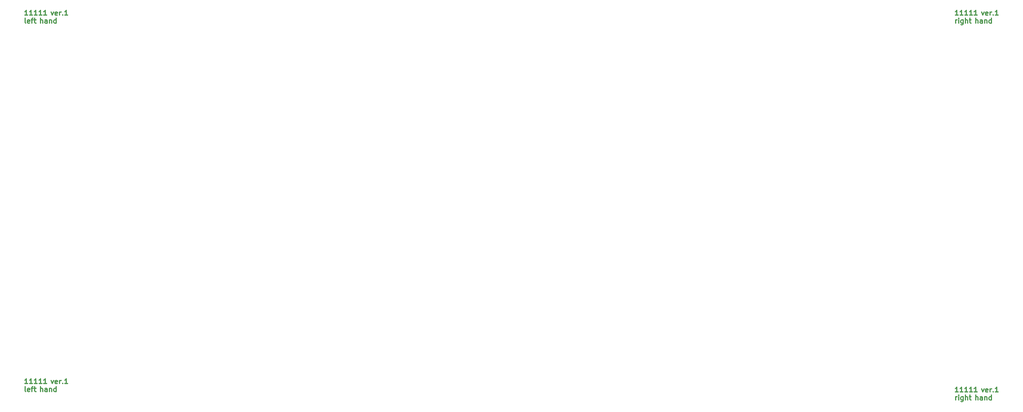
<source format=gbr>
%TF.GenerationSoftware,KiCad,Pcbnew,(7.0.0-0)*%
%TF.CreationDate,2023-03-05T22:09:21+09:00*%
%TF.ProjectId,11111_plates,31313131-315f-4706-9c61-7465732e6b69,rev?*%
%TF.SameCoordinates,Original*%
%TF.FileFunction,Legend,Top*%
%TF.FilePolarity,Positive*%
%FSLAX46Y46*%
G04 Gerber Fmt 4.6, Leading zero omitted, Abs format (unit mm)*
G04 Created by KiCad (PCBNEW (7.0.0-0)) date 2023-03-05 22:09:21*
%MOMM*%
%LPD*%
G01*
G04 APERTURE LIST*
%ADD10C,0.300000*%
G04 APERTURE END LIST*
D10*
X318642857Y-238543571D02*
X317785714Y-238543571D01*
X318214285Y-238543571D02*
X318214285Y-237043571D01*
X318214285Y-237043571D02*
X318071428Y-237257857D01*
X318071428Y-237257857D02*
X317928571Y-237400714D01*
X317928571Y-237400714D02*
X317785714Y-237472142D01*
X320071428Y-238543571D02*
X319214285Y-238543571D01*
X319642856Y-238543571D02*
X319642856Y-237043571D01*
X319642856Y-237043571D02*
X319499999Y-237257857D01*
X319499999Y-237257857D02*
X319357142Y-237400714D01*
X319357142Y-237400714D02*
X319214285Y-237472142D01*
X321499999Y-238543571D02*
X320642856Y-238543571D01*
X321071427Y-238543571D02*
X321071427Y-237043571D01*
X321071427Y-237043571D02*
X320928570Y-237257857D01*
X320928570Y-237257857D02*
X320785713Y-237400714D01*
X320785713Y-237400714D02*
X320642856Y-237472142D01*
X322928570Y-238543571D02*
X322071427Y-238543571D01*
X322499998Y-238543571D02*
X322499998Y-237043571D01*
X322499998Y-237043571D02*
X322357141Y-237257857D01*
X322357141Y-237257857D02*
X322214284Y-237400714D01*
X322214284Y-237400714D02*
X322071427Y-237472142D01*
X324357141Y-238543571D02*
X323499998Y-238543571D01*
X323928569Y-238543571D02*
X323928569Y-237043571D01*
X323928569Y-237043571D02*
X323785712Y-237257857D01*
X323785712Y-237257857D02*
X323642855Y-237400714D01*
X323642855Y-237400714D02*
X323499998Y-237472142D01*
X325757140Y-237543571D02*
X326114283Y-238543571D01*
X326114283Y-238543571D02*
X326471426Y-237543571D01*
X327614283Y-238472142D02*
X327471426Y-238543571D01*
X327471426Y-238543571D02*
X327185712Y-238543571D01*
X327185712Y-238543571D02*
X327042854Y-238472142D01*
X327042854Y-238472142D02*
X326971426Y-238329285D01*
X326971426Y-238329285D02*
X326971426Y-237757857D01*
X326971426Y-237757857D02*
X327042854Y-237615000D01*
X327042854Y-237615000D02*
X327185712Y-237543571D01*
X327185712Y-237543571D02*
X327471426Y-237543571D01*
X327471426Y-237543571D02*
X327614283Y-237615000D01*
X327614283Y-237615000D02*
X327685712Y-237757857D01*
X327685712Y-237757857D02*
X327685712Y-237900714D01*
X327685712Y-237900714D02*
X326971426Y-238043571D01*
X328328568Y-238543571D02*
X328328568Y-237543571D01*
X328328568Y-237829285D02*
X328399997Y-237686428D01*
X328399997Y-237686428D02*
X328471426Y-237615000D01*
X328471426Y-237615000D02*
X328614283Y-237543571D01*
X328614283Y-237543571D02*
X328757140Y-237543571D01*
X329257139Y-238400714D02*
X329328568Y-238472142D01*
X329328568Y-238472142D02*
X329257139Y-238543571D01*
X329257139Y-238543571D02*
X329185711Y-238472142D01*
X329185711Y-238472142D02*
X329257139Y-238400714D01*
X329257139Y-238400714D02*
X329257139Y-238543571D01*
X330757140Y-238543571D02*
X329899997Y-238543571D01*
X330328568Y-238543571D02*
X330328568Y-237043571D01*
X330328568Y-237043571D02*
X330185711Y-237257857D01*
X330185711Y-237257857D02*
X330042854Y-237400714D01*
X330042854Y-237400714D02*
X329899997Y-237472142D01*
X317857142Y-240973571D02*
X317857142Y-239973571D01*
X317857142Y-240259285D02*
X317928571Y-240116428D01*
X317928571Y-240116428D02*
X318000000Y-240045000D01*
X318000000Y-240045000D02*
X318142857Y-239973571D01*
X318142857Y-239973571D02*
X318285714Y-239973571D01*
X318785713Y-240973571D02*
X318785713Y-239973571D01*
X318785713Y-239473571D02*
X318714285Y-239545000D01*
X318714285Y-239545000D02*
X318785713Y-239616428D01*
X318785713Y-239616428D02*
X318857142Y-239545000D01*
X318857142Y-239545000D02*
X318785713Y-239473571D01*
X318785713Y-239473571D02*
X318785713Y-239616428D01*
X320142857Y-239973571D02*
X320142857Y-241187857D01*
X320142857Y-241187857D02*
X320071428Y-241330714D01*
X320071428Y-241330714D02*
X319999999Y-241402142D01*
X319999999Y-241402142D02*
X319857142Y-241473571D01*
X319857142Y-241473571D02*
X319642857Y-241473571D01*
X319642857Y-241473571D02*
X319499999Y-241402142D01*
X320142857Y-240902142D02*
X319999999Y-240973571D01*
X319999999Y-240973571D02*
X319714285Y-240973571D01*
X319714285Y-240973571D02*
X319571428Y-240902142D01*
X319571428Y-240902142D02*
X319499999Y-240830714D01*
X319499999Y-240830714D02*
X319428571Y-240687857D01*
X319428571Y-240687857D02*
X319428571Y-240259285D01*
X319428571Y-240259285D02*
X319499999Y-240116428D01*
X319499999Y-240116428D02*
X319571428Y-240045000D01*
X319571428Y-240045000D02*
X319714285Y-239973571D01*
X319714285Y-239973571D02*
X319999999Y-239973571D01*
X319999999Y-239973571D02*
X320142857Y-240045000D01*
X320857142Y-240973571D02*
X320857142Y-239473571D01*
X321500000Y-240973571D02*
X321500000Y-240187857D01*
X321500000Y-240187857D02*
X321428571Y-240045000D01*
X321428571Y-240045000D02*
X321285714Y-239973571D01*
X321285714Y-239973571D02*
X321071428Y-239973571D01*
X321071428Y-239973571D02*
X320928571Y-240045000D01*
X320928571Y-240045000D02*
X320857142Y-240116428D01*
X322000000Y-239973571D02*
X322571428Y-239973571D01*
X322214285Y-239473571D02*
X322214285Y-240759285D01*
X322214285Y-240759285D02*
X322285714Y-240902142D01*
X322285714Y-240902142D02*
X322428571Y-240973571D01*
X322428571Y-240973571D02*
X322571428Y-240973571D01*
X323971428Y-240973571D02*
X323971428Y-239473571D01*
X324614286Y-240973571D02*
X324614286Y-240187857D01*
X324614286Y-240187857D02*
X324542857Y-240045000D01*
X324542857Y-240045000D02*
X324400000Y-239973571D01*
X324400000Y-239973571D02*
X324185714Y-239973571D01*
X324185714Y-239973571D02*
X324042857Y-240045000D01*
X324042857Y-240045000D02*
X323971428Y-240116428D01*
X325971429Y-240973571D02*
X325971429Y-240187857D01*
X325971429Y-240187857D02*
X325900000Y-240045000D01*
X325900000Y-240045000D02*
X325757143Y-239973571D01*
X325757143Y-239973571D02*
X325471429Y-239973571D01*
X325471429Y-239973571D02*
X325328571Y-240045000D01*
X325971429Y-240902142D02*
X325828571Y-240973571D01*
X325828571Y-240973571D02*
X325471429Y-240973571D01*
X325471429Y-240973571D02*
X325328571Y-240902142D01*
X325328571Y-240902142D02*
X325257143Y-240759285D01*
X325257143Y-240759285D02*
X325257143Y-240616428D01*
X325257143Y-240616428D02*
X325328571Y-240473571D01*
X325328571Y-240473571D02*
X325471429Y-240402142D01*
X325471429Y-240402142D02*
X325828571Y-240402142D01*
X325828571Y-240402142D02*
X325971429Y-240330714D01*
X326685714Y-239973571D02*
X326685714Y-240973571D01*
X326685714Y-240116428D02*
X326757143Y-240045000D01*
X326757143Y-240045000D02*
X326900000Y-239973571D01*
X326900000Y-239973571D02*
X327114286Y-239973571D01*
X327114286Y-239973571D02*
X327257143Y-240045000D01*
X327257143Y-240045000D02*
X327328572Y-240187857D01*
X327328572Y-240187857D02*
X327328572Y-240973571D01*
X328685715Y-240973571D02*
X328685715Y-239473571D01*
X328685715Y-240902142D02*
X328542857Y-240973571D01*
X328542857Y-240973571D02*
X328257143Y-240973571D01*
X328257143Y-240973571D02*
X328114286Y-240902142D01*
X328114286Y-240902142D02*
X328042857Y-240830714D01*
X328042857Y-240830714D02*
X327971429Y-240687857D01*
X327971429Y-240687857D02*
X327971429Y-240259285D01*
X327971429Y-240259285D02*
X328042857Y-240116428D01*
X328042857Y-240116428D02*
X328114286Y-240045000D01*
X328114286Y-240045000D02*
X328257143Y-239973571D01*
X328257143Y-239973571D02*
X328542857Y-239973571D01*
X328542857Y-239973571D02*
X328685715Y-240045000D01*
X36702857Y-236003571D02*
X35845714Y-236003571D01*
X36274285Y-236003571D02*
X36274285Y-234503571D01*
X36274285Y-234503571D02*
X36131428Y-234717857D01*
X36131428Y-234717857D02*
X35988571Y-234860714D01*
X35988571Y-234860714D02*
X35845714Y-234932142D01*
X38131428Y-236003571D02*
X37274285Y-236003571D01*
X37702856Y-236003571D02*
X37702856Y-234503571D01*
X37702856Y-234503571D02*
X37559999Y-234717857D01*
X37559999Y-234717857D02*
X37417142Y-234860714D01*
X37417142Y-234860714D02*
X37274285Y-234932142D01*
X39559999Y-236003571D02*
X38702856Y-236003571D01*
X39131427Y-236003571D02*
X39131427Y-234503571D01*
X39131427Y-234503571D02*
X38988570Y-234717857D01*
X38988570Y-234717857D02*
X38845713Y-234860714D01*
X38845713Y-234860714D02*
X38702856Y-234932142D01*
X40988570Y-236003571D02*
X40131427Y-236003571D01*
X40559998Y-236003571D02*
X40559998Y-234503571D01*
X40559998Y-234503571D02*
X40417141Y-234717857D01*
X40417141Y-234717857D02*
X40274284Y-234860714D01*
X40274284Y-234860714D02*
X40131427Y-234932142D01*
X42417141Y-236003571D02*
X41559998Y-236003571D01*
X41988569Y-236003571D02*
X41988569Y-234503571D01*
X41988569Y-234503571D02*
X41845712Y-234717857D01*
X41845712Y-234717857D02*
X41702855Y-234860714D01*
X41702855Y-234860714D02*
X41559998Y-234932142D01*
X43817140Y-235003571D02*
X44174283Y-236003571D01*
X44174283Y-236003571D02*
X44531426Y-235003571D01*
X45674283Y-235932142D02*
X45531426Y-236003571D01*
X45531426Y-236003571D02*
X45245712Y-236003571D01*
X45245712Y-236003571D02*
X45102854Y-235932142D01*
X45102854Y-235932142D02*
X45031426Y-235789285D01*
X45031426Y-235789285D02*
X45031426Y-235217857D01*
X45031426Y-235217857D02*
X45102854Y-235075000D01*
X45102854Y-235075000D02*
X45245712Y-235003571D01*
X45245712Y-235003571D02*
X45531426Y-235003571D01*
X45531426Y-235003571D02*
X45674283Y-235075000D01*
X45674283Y-235075000D02*
X45745712Y-235217857D01*
X45745712Y-235217857D02*
X45745712Y-235360714D01*
X45745712Y-235360714D02*
X45031426Y-235503571D01*
X46388568Y-236003571D02*
X46388568Y-235003571D01*
X46388568Y-235289285D02*
X46459997Y-235146428D01*
X46459997Y-235146428D02*
X46531426Y-235075000D01*
X46531426Y-235075000D02*
X46674283Y-235003571D01*
X46674283Y-235003571D02*
X46817140Y-235003571D01*
X47317139Y-235860714D02*
X47388568Y-235932142D01*
X47388568Y-235932142D02*
X47317139Y-236003571D01*
X47317139Y-236003571D02*
X47245711Y-235932142D01*
X47245711Y-235932142D02*
X47317139Y-235860714D01*
X47317139Y-235860714D02*
X47317139Y-236003571D01*
X48817140Y-236003571D02*
X47959997Y-236003571D01*
X48388568Y-236003571D02*
X48388568Y-234503571D01*
X48388568Y-234503571D02*
X48245711Y-234717857D01*
X48245711Y-234717857D02*
X48102854Y-234860714D01*
X48102854Y-234860714D02*
X47959997Y-234932142D01*
X36131428Y-238433571D02*
X35988571Y-238362142D01*
X35988571Y-238362142D02*
X35917142Y-238219285D01*
X35917142Y-238219285D02*
X35917142Y-236933571D01*
X37274285Y-238362142D02*
X37131428Y-238433571D01*
X37131428Y-238433571D02*
X36845714Y-238433571D01*
X36845714Y-238433571D02*
X36702856Y-238362142D01*
X36702856Y-238362142D02*
X36631428Y-238219285D01*
X36631428Y-238219285D02*
X36631428Y-237647857D01*
X36631428Y-237647857D02*
X36702856Y-237505000D01*
X36702856Y-237505000D02*
X36845714Y-237433571D01*
X36845714Y-237433571D02*
X37131428Y-237433571D01*
X37131428Y-237433571D02*
X37274285Y-237505000D01*
X37274285Y-237505000D02*
X37345714Y-237647857D01*
X37345714Y-237647857D02*
X37345714Y-237790714D01*
X37345714Y-237790714D02*
X36631428Y-237933571D01*
X37774285Y-237433571D02*
X38345713Y-237433571D01*
X37988570Y-238433571D02*
X37988570Y-237147857D01*
X37988570Y-237147857D02*
X38059999Y-237005000D01*
X38059999Y-237005000D02*
X38202856Y-236933571D01*
X38202856Y-236933571D02*
X38345713Y-236933571D01*
X38631428Y-237433571D02*
X39202856Y-237433571D01*
X38845713Y-236933571D02*
X38845713Y-238219285D01*
X38845713Y-238219285D02*
X38917142Y-238362142D01*
X38917142Y-238362142D02*
X39059999Y-238433571D01*
X39059999Y-238433571D02*
X39202856Y-238433571D01*
X40602856Y-238433571D02*
X40602856Y-236933571D01*
X41245714Y-238433571D02*
X41245714Y-237647857D01*
X41245714Y-237647857D02*
X41174285Y-237505000D01*
X41174285Y-237505000D02*
X41031428Y-237433571D01*
X41031428Y-237433571D02*
X40817142Y-237433571D01*
X40817142Y-237433571D02*
X40674285Y-237505000D01*
X40674285Y-237505000D02*
X40602856Y-237576428D01*
X42602857Y-238433571D02*
X42602857Y-237647857D01*
X42602857Y-237647857D02*
X42531428Y-237505000D01*
X42531428Y-237505000D02*
X42388571Y-237433571D01*
X42388571Y-237433571D02*
X42102857Y-237433571D01*
X42102857Y-237433571D02*
X41959999Y-237505000D01*
X42602857Y-238362142D02*
X42459999Y-238433571D01*
X42459999Y-238433571D02*
X42102857Y-238433571D01*
X42102857Y-238433571D02*
X41959999Y-238362142D01*
X41959999Y-238362142D02*
X41888571Y-238219285D01*
X41888571Y-238219285D02*
X41888571Y-238076428D01*
X41888571Y-238076428D02*
X41959999Y-237933571D01*
X41959999Y-237933571D02*
X42102857Y-237862142D01*
X42102857Y-237862142D02*
X42459999Y-237862142D01*
X42459999Y-237862142D02*
X42602857Y-237790714D01*
X43317142Y-237433571D02*
X43317142Y-238433571D01*
X43317142Y-237576428D02*
X43388571Y-237505000D01*
X43388571Y-237505000D02*
X43531428Y-237433571D01*
X43531428Y-237433571D02*
X43745714Y-237433571D01*
X43745714Y-237433571D02*
X43888571Y-237505000D01*
X43888571Y-237505000D02*
X43960000Y-237647857D01*
X43960000Y-237647857D02*
X43960000Y-238433571D01*
X45317143Y-238433571D02*
X45317143Y-236933571D01*
X45317143Y-238362142D02*
X45174285Y-238433571D01*
X45174285Y-238433571D02*
X44888571Y-238433571D01*
X44888571Y-238433571D02*
X44745714Y-238362142D01*
X44745714Y-238362142D02*
X44674285Y-238290714D01*
X44674285Y-238290714D02*
X44602857Y-238147857D01*
X44602857Y-238147857D02*
X44602857Y-237719285D01*
X44602857Y-237719285D02*
X44674285Y-237576428D01*
X44674285Y-237576428D02*
X44745714Y-237505000D01*
X44745714Y-237505000D02*
X44888571Y-237433571D01*
X44888571Y-237433571D02*
X45174285Y-237433571D01*
X45174285Y-237433571D02*
X45317143Y-237505000D01*
X36702857Y-124243571D02*
X35845714Y-124243571D01*
X36274285Y-124243571D02*
X36274285Y-122743571D01*
X36274285Y-122743571D02*
X36131428Y-122957857D01*
X36131428Y-122957857D02*
X35988571Y-123100714D01*
X35988571Y-123100714D02*
X35845714Y-123172142D01*
X38131428Y-124243571D02*
X37274285Y-124243571D01*
X37702856Y-124243571D02*
X37702856Y-122743571D01*
X37702856Y-122743571D02*
X37559999Y-122957857D01*
X37559999Y-122957857D02*
X37417142Y-123100714D01*
X37417142Y-123100714D02*
X37274285Y-123172142D01*
X39559999Y-124243571D02*
X38702856Y-124243571D01*
X39131427Y-124243571D02*
X39131427Y-122743571D01*
X39131427Y-122743571D02*
X38988570Y-122957857D01*
X38988570Y-122957857D02*
X38845713Y-123100714D01*
X38845713Y-123100714D02*
X38702856Y-123172142D01*
X40988570Y-124243571D02*
X40131427Y-124243571D01*
X40559998Y-124243571D02*
X40559998Y-122743571D01*
X40559998Y-122743571D02*
X40417141Y-122957857D01*
X40417141Y-122957857D02*
X40274284Y-123100714D01*
X40274284Y-123100714D02*
X40131427Y-123172142D01*
X42417141Y-124243571D02*
X41559998Y-124243571D01*
X41988569Y-124243571D02*
X41988569Y-122743571D01*
X41988569Y-122743571D02*
X41845712Y-122957857D01*
X41845712Y-122957857D02*
X41702855Y-123100714D01*
X41702855Y-123100714D02*
X41559998Y-123172142D01*
X43817140Y-123243571D02*
X44174283Y-124243571D01*
X44174283Y-124243571D02*
X44531426Y-123243571D01*
X45674283Y-124172142D02*
X45531426Y-124243571D01*
X45531426Y-124243571D02*
X45245712Y-124243571D01*
X45245712Y-124243571D02*
X45102854Y-124172142D01*
X45102854Y-124172142D02*
X45031426Y-124029285D01*
X45031426Y-124029285D02*
X45031426Y-123457857D01*
X45031426Y-123457857D02*
X45102854Y-123315000D01*
X45102854Y-123315000D02*
X45245712Y-123243571D01*
X45245712Y-123243571D02*
X45531426Y-123243571D01*
X45531426Y-123243571D02*
X45674283Y-123315000D01*
X45674283Y-123315000D02*
X45745712Y-123457857D01*
X45745712Y-123457857D02*
X45745712Y-123600714D01*
X45745712Y-123600714D02*
X45031426Y-123743571D01*
X46388568Y-124243571D02*
X46388568Y-123243571D01*
X46388568Y-123529285D02*
X46459997Y-123386428D01*
X46459997Y-123386428D02*
X46531426Y-123315000D01*
X46531426Y-123315000D02*
X46674283Y-123243571D01*
X46674283Y-123243571D02*
X46817140Y-123243571D01*
X47317139Y-124100714D02*
X47388568Y-124172142D01*
X47388568Y-124172142D02*
X47317139Y-124243571D01*
X47317139Y-124243571D02*
X47245711Y-124172142D01*
X47245711Y-124172142D02*
X47317139Y-124100714D01*
X47317139Y-124100714D02*
X47317139Y-124243571D01*
X48817140Y-124243571D02*
X47959997Y-124243571D01*
X48388568Y-124243571D02*
X48388568Y-122743571D01*
X48388568Y-122743571D02*
X48245711Y-122957857D01*
X48245711Y-122957857D02*
X48102854Y-123100714D01*
X48102854Y-123100714D02*
X47959997Y-123172142D01*
X36131428Y-126673571D02*
X35988571Y-126602142D01*
X35988571Y-126602142D02*
X35917142Y-126459285D01*
X35917142Y-126459285D02*
X35917142Y-125173571D01*
X37274285Y-126602142D02*
X37131428Y-126673571D01*
X37131428Y-126673571D02*
X36845714Y-126673571D01*
X36845714Y-126673571D02*
X36702856Y-126602142D01*
X36702856Y-126602142D02*
X36631428Y-126459285D01*
X36631428Y-126459285D02*
X36631428Y-125887857D01*
X36631428Y-125887857D02*
X36702856Y-125745000D01*
X36702856Y-125745000D02*
X36845714Y-125673571D01*
X36845714Y-125673571D02*
X37131428Y-125673571D01*
X37131428Y-125673571D02*
X37274285Y-125745000D01*
X37274285Y-125745000D02*
X37345714Y-125887857D01*
X37345714Y-125887857D02*
X37345714Y-126030714D01*
X37345714Y-126030714D02*
X36631428Y-126173571D01*
X37774285Y-125673571D02*
X38345713Y-125673571D01*
X37988570Y-126673571D02*
X37988570Y-125387857D01*
X37988570Y-125387857D02*
X38059999Y-125245000D01*
X38059999Y-125245000D02*
X38202856Y-125173571D01*
X38202856Y-125173571D02*
X38345713Y-125173571D01*
X38631428Y-125673571D02*
X39202856Y-125673571D01*
X38845713Y-125173571D02*
X38845713Y-126459285D01*
X38845713Y-126459285D02*
X38917142Y-126602142D01*
X38917142Y-126602142D02*
X39059999Y-126673571D01*
X39059999Y-126673571D02*
X39202856Y-126673571D01*
X40602856Y-126673571D02*
X40602856Y-125173571D01*
X41245714Y-126673571D02*
X41245714Y-125887857D01*
X41245714Y-125887857D02*
X41174285Y-125745000D01*
X41174285Y-125745000D02*
X41031428Y-125673571D01*
X41031428Y-125673571D02*
X40817142Y-125673571D01*
X40817142Y-125673571D02*
X40674285Y-125745000D01*
X40674285Y-125745000D02*
X40602856Y-125816428D01*
X42602857Y-126673571D02*
X42602857Y-125887857D01*
X42602857Y-125887857D02*
X42531428Y-125745000D01*
X42531428Y-125745000D02*
X42388571Y-125673571D01*
X42388571Y-125673571D02*
X42102857Y-125673571D01*
X42102857Y-125673571D02*
X41959999Y-125745000D01*
X42602857Y-126602142D02*
X42459999Y-126673571D01*
X42459999Y-126673571D02*
X42102857Y-126673571D01*
X42102857Y-126673571D02*
X41959999Y-126602142D01*
X41959999Y-126602142D02*
X41888571Y-126459285D01*
X41888571Y-126459285D02*
X41888571Y-126316428D01*
X41888571Y-126316428D02*
X41959999Y-126173571D01*
X41959999Y-126173571D02*
X42102857Y-126102142D01*
X42102857Y-126102142D02*
X42459999Y-126102142D01*
X42459999Y-126102142D02*
X42602857Y-126030714D01*
X43317142Y-125673571D02*
X43317142Y-126673571D01*
X43317142Y-125816428D02*
X43388571Y-125745000D01*
X43388571Y-125745000D02*
X43531428Y-125673571D01*
X43531428Y-125673571D02*
X43745714Y-125673571D01*
X43745714Y-125673571D02*
X43888571Y-125745000D01*
X43888571Y-125745000D02*
X43960000Y-125887857D01*
X43960000Y-125887857D02*
X43960000Y-126673571D01*
X45317143Y-126673571D02*
X45317143Y-125173571D01*
X45317143Y-126602142D02*
X45174285Y-126673571D01*
X45174285Y-126673571D02*
X44888571Y-126673571D01*
X44888571Y-126673571D02*
X44745714Y-126602142D01*
X44745714Y-126602142D02*
X44674285Y-126530714D01*
X44674285Y-126530714D02*
X44602857Y-126387857D01*
X44602857Y-126387857D02*
X44602857Y-125959285D01*
X44602857Y-125959285D02*
X44674285Y-125816428D01*
X44674285Y-125816428D02*
X44745714Y-125745000D01*
X44745714Y-125745000D02*
X44888571Y-125673571D01*
X44888571Y-125673571D02*
X45174285Y-125673571D01*
X45174285Y-125673571D02*
X45317143Y-125745000D01*
X318642857Y-124243571D02*
X317785714Y-124243571D01*
X318214285Y-124243571D02*
X318214285Y-122743571D01*
X318214285Y-122743571D02*
X318071428Y-122957857D01*
X318071428Y-122957857D02*
X317928571Y-123100714D01*
X317928571Y-123100714D02*
X317785714Y-123172142D01*
X320071428Y-124243571D02*
X319214285Y-124243571D01*
X319642856Y-124243571D02*
X319642856Y-122743571D01*
X319642856Y-122743571D02*
X319499999Y-122957857D01*
X319499999Y-122957857D02*
X319357142Y-123100714D01*
X319357142Y-123100714D02*
X319214285Y-123172142D01*
X321499999Y-124243571D02*
X320642856Y-124243571D01*
X321071427Y-124243571D02*
X321071427Y-122743571D01*
X321071427Y-122743571D02*
X320928570Y-122957857D01*
X320928570Y-122957857D02*
X320785713Y-123100714D01*
X320785713Y-123100714D02*
X320642856Y-123172142D01*
X322928570Y-124243571D02*
X322071427Y-124243571D01*
X322499998Y-124243571D02*
X322499998Y-122743571D01*
X322499998Y-122743571D02*
X322357141Y-122957857D01*
X322357141Y-122957857D02*
X322214284Y-123100714D01*
X322214284Y-123100714D02*
X322071427Y-123172142D01*
X324357141Y-124243571D02*
X323499998Y-124243571D01*
X323928569Y-124243571D02*
X323928569Y-122743571D01*
X323928569Y-122743571D02*
X323785712Y-122957857D01*
X323785712Y-122957857D02*
X323642855Y-123100714D01*
X323642855Y-123100714D02*
X323499998Y-123172142D01*
X325757140Y-123243571D02*
X326114283Y-124243571D01*
X326114283Y-124243571D02*
X326471426Y-123243571D01*
X327614283Y-124172142D02*
X327471426Y-124243571D01*
X327471426Y-124243571D02*
X327185712Y-124243571D01*
X327185712Y-124243571D02*
X327042854Y-124172142D01*
X327042854Y-124172142D02*
X326971426Y-124029285D01*
X326971426Y-124029285D02*
X326971426Y-123457857D01*
X326971426Y-123457857D02*
X327042854Y-123315000D01*
X327042854Y-123315000D02*
X327185712Y-123243571D01*
X327185712Y-123243571D02*
X327471426Y-123243571D01*
X327471426Y-123243571D02*
X327614283Y-123315000D01*
X327614283Y-123315000D02*
X327685712Y-123457857D01*
X327685712Y-123457857D02*
X327685712Y-123600714D01*
X327685712Y-123600714D02*
X326971426Y-123743571D01*
X328328568Y-124243571D02*
X328328568Y-123243571D01*
X328328568Y-123529285D02*
X328399997Y-123386428D01*
X328399997Y-123386428D02*
X328471426Y-123315000D01*
X328471426Y-123315000D02*
X328614283Y-123243571D01*
X328614283Y-123243571D02*
X328757140Y-123243571D01*
X329257139Y-124100714D02*
X329328568Y-124172142D01*
X329328568Y-124172142D02*
X329257139Y-124243571D01*
X329257139Y-124243571D02*
X329185711Y-124172142D01*
X329185711Y-124172142D02*
X329257139Y-124100714D01*
X329257139Y-124100714D02*
X329257139Y-124243571D01*
X330757140Y-124243571D02*
X329899997Y-124243571D01*
X330328568Y-124243571D02*
X330328568Y-122743571D01*
X330328568Y-122743571D02*
X330185711Y-122957857D01*
X330185711Y-122957857D02*
X330042854Y-123100714D01*
X330042854Y-123100714D02*
X329899997Y-123172142D01*
X317857142Y-126673571D02*
X317857142Y-125673571D01*
X317857142Y-125959285D02*
X317928571Y-125816428D01*
X317928571Y-125816428D02*
X318000000Y-125745000D01*
X318000000Y-125745000D02*
X318142857Y-125673571D01*
X318142857Y-125673571D02*
X318285714Y-125673571D01*
X318785713Y-126673571D02*
X318785713Y-125673571D01*
X318785713Y-125173571D02*
X318714285Y-125245000D01*
X318714285Y-125245000D02*
X318785713Y-125316428D01*
X318785713Y-125316428D02*
X318857142Y-125245000D01*
X318857142Y-125245000D02*
X318785713Y-125173571D01*
X318785713Y-125173571D02*
X318785713Y-125316428D01*
X320142857Y-125673571D02*
X320142857Y-126887857D01*
X320142857Y-126887857D02*
X320071428Y-127030714D01*
X320071428Y-127030714D02*
X319999999Y-127102142D01*
X319999999Y-127102142D02*
X319857142Y-127173571D01*
X319857142Y-127173571D02*
X319642857Y-127173571D01*
X319642857Y-127173571D02*
X319499999Y-127102142D01*
X320142857Y-126602142D02*
X319999999Y-126673571D01*
X319999999Y-126673571D02*
X319714285Y-126673571D01*
X319714285Y-126673571D02*
X319571428Y-126602142D01*
X319571428Y-126602142D02*
X319499999Y-126530714D01*
X319499999Y-126530714D02*
X319428571Y-126387857D01*
X319428571Y-126387857D02*
X319428571Y-125959285D01*
X319428571Y-125959285D02*
X319499999Y-125816428D01*
X319499999Y-125816428D02*
X319571428Y-125745000D01*
X319571428Y-125745000D02*
X319714285Y-125673571D01*
X319714285Y-125673571D02*
X319999999Y-125673571D01*
X319999999Y-125673571D02*
X320142857Y-125745000D01*
X320857142Y-126673571D02*
X320857142Y-125173571D01*
X321500000Y-126673571D02*
X321500000Y-125887857D01*
X321500000Y-125887857D02*
X321428571Y-125745000D01*
X321428571Y-125745000D02*
X321285714Y-125673571D01*
X321285714Y-125673571D02*
X321071428Y-125673571D01*
X321071428Y-125673571D02*
X320928571Y-125745000D01*
X320928571Y-125745000D02*
X320857142Y-125816428D01*
X322000000Y-125673571D02*
X322571428Y-125673571D01*
X322214285Y-125173571D02*
X322214285Y-126459285D01*
X322214285Y-126459285D02*
X322285714Y-126602142D01*
X322285714Y-126602142D02*
X322428571Y-126673571D01*
X322428571Y-126673571D02*
X322571428Y-126673571D01*
X323971428Y-126673571D02*
X323971428Y-125173571D01*
X324614286Y-126673571D02*
X324614286Y-125887857D01*
X324614286Y-125887857D02*
X324542857Y-125745000D01*
X324542857Y-125745000D02*
X324400000Y-125673571D01*
X324400000Y-125673571D02*
X324185714Y-125673571D01*
X324185714Y-125673571D02*
X324042857Y-125745000D01*
X324042857Y-125745000D02*
X323971428Y-125816428D01*
X325971429Y-126673571D02*
X325971429Y-125887857D01*
X325971429Y-125887857D02*
X325900000Y-125745000D01*
X325900000Y-125745000D02*
X325757143Y-125673571D01*
X325757143Y-125673571D02*
X325471429Y-125673571D01*
X325471429Y-125673571D02*
X325328571Y-125745000D01*
X325971429Y-126602142D02*
X325828571Y-126673571D01*
X325828571Y-126673571D02*
X325471429Y-126673571D01*
X325471429Y-126673571D02*
X325328571Y-126602142D01*
X325328571Y-126602142D02*
X325257143Y-126459285D01*
X325257143Y-126459285D02*
X325257143Y-126316428D01*
X325257143Y-126316428D02*
X325328571Y-126173571D01*
X325328571Y-126173571D02*
X325471429Y-126102142D01*
X325471429Y-126102142D02*
X325828571Y-126102142D01*
X325828571Y-126102142D02*
X325971429Y-126030714D01*
X326685714Y-125673571D02*
X326685714Y-126673571D01*
X326685714Y-125816428D02*
X326757143Y-125745000D01*
X326757143Y-125745000D02*
X326900000Y-125673571D01*
X326900000Y-125673571D02*
X327114286Y-125673571D01*
X327114286Y-125673571D02*
X327257143Y-125745000D01*
X327257143Y-125745000D02*
X327328572Y-125887857D01*
X327328572Y-125887857D02*
X327328572Y-126673571D01*
X328685715Y-126673571D02*
X328685715Y-125173571D01*
X328685715Y-126602142D02*
X328542857Y-126673571D01*
X328542857Y-126673571D02*
X328257143Y-126673571D01*
X328257143Y-126673571D02*
X328114286Y-126602142D01*
X328114286Y-126602142D02*
X328042857Y-126530714D01*
X328042857Y-126530714D02*
X327971429Y-126387857D01*
X327971429Y-126387857D02*
X327971429Y-125959285D01*
X327971429Y-125959285D02*
X328042857Y-125816428D01*
X328042857Y-125816428D02*
X328114286Y-125745000D01*
X328114286Y-125745000D02*
X328257143Y-125673571D01*
X328257143Y-125673571D02*
X328542857Y-125673571D01*
X328542857Y-125673571D02*
X328685715Y-125745000D01*
M02*

</source>
